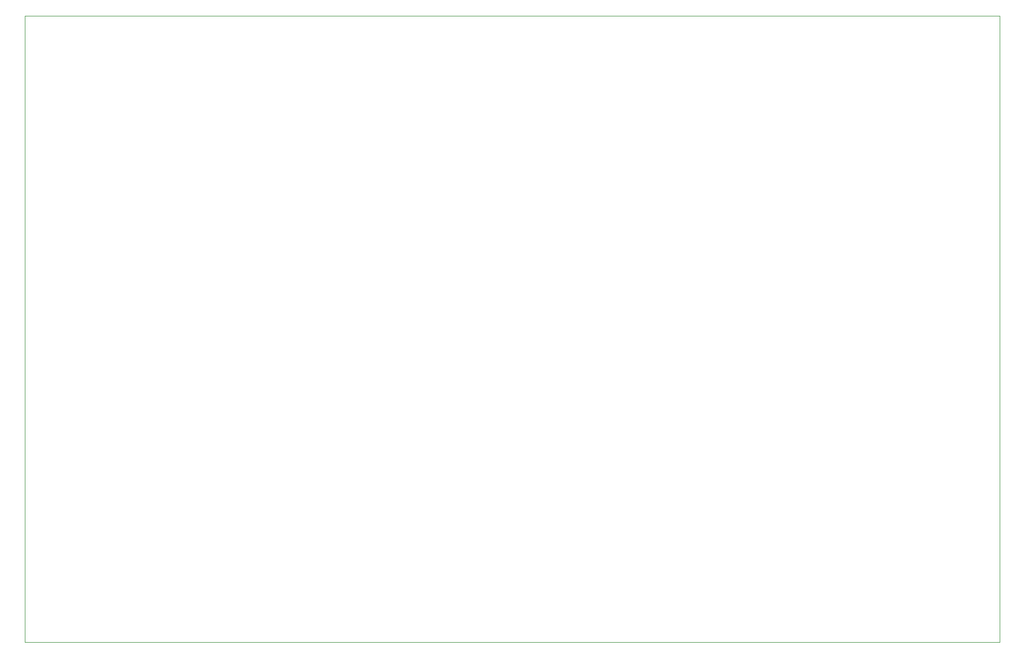
<source format=gbr>
G04 #@! TF.GenerationSoftware,KiCad,Pcbnew,5.1.4-e60b266~84~ubuntu18.04.1*
G04 #@! TF.CreationDate,2022-01-19T21:44:39+01:00*
G04 #@! TF.ProjectId,Serial_Mem_MPF-B,53657269-616c-45f4-9d65-6d5f4d50462d,rev?*
G04 #@! TF.SameCoordinates,Original*
G04 #@! TF.FileFunction,Profile,NP*
%FSLAX46Y46*%
G04 Gerber Fmt 4.6, Leading zero omitted, Abs format (unit mm)*
G04 Created by KiCad (PCBNEW 5.1.4-e60b266~84~ubuntu18.04.1) date 2022-01-19 21:44:39*
%MOMM*%
%LPD*%
G04 APERTURE LIST*
%ADD10C,0.100000*%
G04 APERTURE END LIST*
D10*
X70015100Y-130810000D02*
X69951600Y-30480000D01*
X226060000Y-130810000D02*
X70015100Y-130810000D01*
X226060000Y-30480000D02*
X226060000Y-130810000D01*
X69951600Y-30480000D02*
X226060000Y-30480000D01*
M02*

</source>
